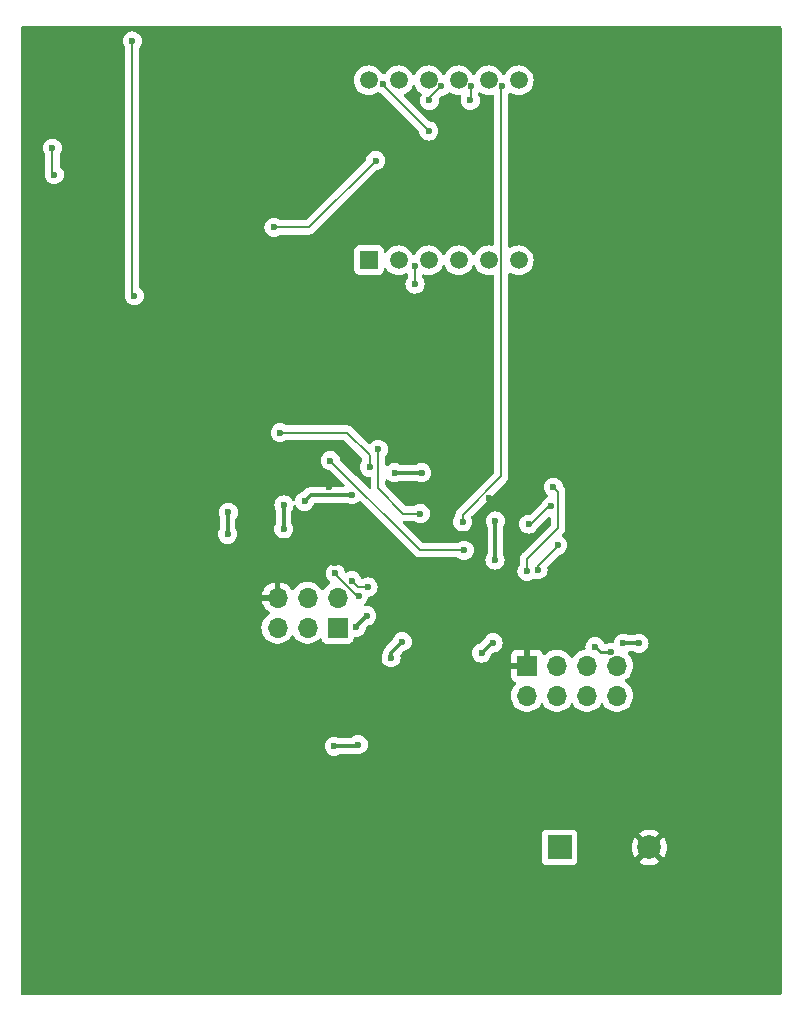
<source format=gbr>
%TF.GenerationSoftware,KiCad,Pcbnew,7.0.1*%
%TF.CreationDate,2023-04-20T17:50:10-06:00*%
%TF.ProjectId,Phase_B_Prototype,50686173-655f-4425-9f50-726f746f7479,rev?*%
%TF.SameCoordinates,Original*%
%TF.FileFunction,Copper,L2,Bot*%
%TF.FilePolarity,Positive*%
%FSLAX46Y46*%
G04 Gerber Fmt 4.6, Leading zero omitted, Abs format (unit mm)*
G04 Created by KiCad (PCBNEW 7.0.1) date 2023-04-20 17:50:10*
%MOMM*%
%LPD*%
G01*
G04 APERTURE LIST*
%TA.AperFunction,ComponentPad*%
%ADD10R,1.700000X1.700000*%
%TD*%
%TA.AperFunction,ComponentPad*%
%ADD11O,1.700000X1.700000*%
%TD*%
%TA.AperFunction,ComponentPad*%
%ADD12R,1.500000X1.500000*%
%TD*%
%TA.AperFunction,ComponentPad*%
%ADD13C,1.500000*%
%TD*%
%TA.AperFunction,ComponentPad*%
%ADD14R,2.000000X2.000000*%
%TD*%
%TA.AperFunction,ComponentPad*%
%ADD15C,2.000000*%
%TD*%
%TA.AperFunction,ViaPad*%
%ADD16C,0.600000*%
%TD*%
%TA.AperFunction,Conductor*%
%ADD17C,0.304800*%
%TD*%
%TA.AperFunction,Conductor*%
%ADD18C,0.203200*%
%TD*%
%TA.AperFunction,Conductor*%
%ADD19C,0.250000*%
%TD*%
G04 APERTURE END LIST*
D10*
%TO.P,J3,1,MISO*%
%TO.N,MISO*%
X139200000Y-106890000D03*
D11*
%TO.P,J3,2,VCC*%
%TO.N,+5V*%
X139200000Y-104350000D03*
%TO.P,J3,3,SCK*%
%TO.N,SCK*%
X136660000Y-106890000D03*
%TO.P,J3,4,MOSI*%
%TO.N,MOSI*%
X136660000Y-104350000D03*
%TO.P,J3,5,~{RST}*%
%TO.N,RST*%
X134120000Y-106890000D03*
%TO.P,J3,6,GND*%
%TO.N,GND*%
X134120000Y-104350000D03*
%TD*%
D10*
%TO.P,J4,1,Pin_1*%
%TO.N,GND*%
X155240000Y-110110000D03*
D11*
%TO.P,J4,2,Pin_2*%
%TO.N,TX*%
X155240000Y-112650000D03*
%TO.P,J4,3,Pin_3*%
%TO.N,unconnected-(J4-Pin_3-Pad3)*%
X157780000Y-110110000D03*
%TO.P,J4,4,Pin_4*%
%TO.N,+3.3V*%
X157780000Y-112650000D03*
%TO.P,J4,5,Pin_5*%
%TO.N,Net-(J4-Pin_5)*%
X160320000Y-110110000D03*
%TO.P,J4,6,Pin_6*%
%TO.N,+3.3V*%
X160320000Y-112650000D03*
%TO.P,J4,7,Pin_7*%
%TO.N,RX*%
X162860000Y-110110000D03*
%TO.P,J4,8,Pin_8*%
%TO.N,+3.3V*%
X162860000Y-112650000D03*
%TD*%
D12*
%TO.P,U1,1,e*%
%TO.N,Net-(U1-e)*%
X141850000Y-75777500D03*
D13*
%TO.P,U1,2,d*%
%TO.N,Net-(U1-d)*%
X144390000Y-75777500D03*
%TO.P,U1,3,DPX*%
%TO.N,Net-(U1-DPX)*%
X146930000Y-75777500D03*
%TO.P,U1,4,c*%
%TO.N,Net-(U1-c)*%
X149470000Y-75777500D03*
%TO.P,U1,5,g*%
%TO.N,Net-(U1-g)*%
X152010000Y-75777500D03*
%TO.P,U1,6,CA4*%
%TO.N,Dig4*%
X154550000Y-75777500D03*
%TO.P,U1,7,b*%
%TO.N,Net-(U1-b)*%
X154550000Y-60537500D03*
%TO.P,U1,8,CA3*%
%TO.N,Dig3*%
X152010000Y-60537500D03*
%TO.P,U1,9,CA2*%
%TO.N,Dig2*%
X149470000Y-60537500D03*
%TO.P,U1,10,f*%
%TO.N,Net-(U1-f)*%
X146930000Y-60537500D03*
%TO.P,U1,11,a*%
%TO.N,Net-(U1-a)*%
X144390000Y-60537500D03*
%TO.P,U1,12,CA1*%
%TO.N,Dig1*%
X141850000Y-60537500D03*
%TD*%
D14*
%TO.P,LS1,1,1*%
%TO.N,Buzzer*%
X158000000Y-125500000D03*
D15*
%TO.P,LS1,2,2*%
%TO.N,GND*%
X165600000Y-125500000D03*
%TD*%
D16*
%TO.N,GND*%
X153500000Y-104550000D03*
X149470000Y-109220000D03*
X153500000Y-96540000D03*
X160180000Y-104300000D03*
X166350000Y-85142500D03*
X138990000Y-99800000D03*
X138500000Y-94980000D03*
X162960000Y-105690000D03*
X154470000Y-92120000D03*
X142670000Y-118085000D03*
X145740000Y-112760000D03*
X159550000Y-102730000D03*
X138830000Y-91560000D03*
X147610000Y-92860000D03*
X145670000Y-95920000D03*
X152060000Y-95910000D03*
X146840000Y-112420000D03*
X163350000Y-85152500D03*
X132735000Y-98690000D03*
X119790000Y-85770000D03*
X119980000Y-101270000D03*
X156710000Y-105890000D03*
X138840000Y-96860000D03*
X122400000Y-117920000D03*
X138980000Y-101390000D03*
X140780000Y-113610000D03*
X116200000Y-88390000D03*
X147280000Y-105180000D03*
X152150000Y-110330000D03*
X123820000Y-102910000D03*
X147500000Y-109020000D03*
X166270000Y-103420000D03*
X144220000Y-99760000D03*
%TO.N,Button_1*%
X140960000Y-116790000D03*
X138920000Y-116930000D03*
%TO.N,Button_2*%
X151399137Y-109040863D03*
X152376064Y-108173936D03*
%TO.N,RED_LED*%
X157280000Y-96600000D03*
X155391694Y-98117776D03*
%TO.N,GREEN_LED*%
X157850000Y-99910000D03*
X156166823Y-101974500D03*
%TO.N,a*%
X122000000Y-78790000D03*
X121820000Y-57220000D03*
%TO.N,b*%
X115067458Y-66300000D03*
X115220000Y-68530000D03*
%TO.N,Net-(U1-f)*%
X142420000Y-67340000D03*
X147970000Y-61048900D03*
X133824958Y-73005042D03*
X146980000Y-62251100D03*
%TO.N,Net-(U1-DPX)*%
X145770000Y-77800000D03*
X145740000Y-76228000D03*
%TO.N,+5V*%
X129970000Y-97130500D03*
X152540000Y-101151100D03*
X140440000Y-95640000D03*
X152573442Y-97866558D03*
X134670000Y-96500000D03*
X134638744Y-98522330D03*
X136410000Y-96190000D03*
X129890000Y-98980000D03*
%TO.N,Dig3*%
X149800000Y-97930000D03*
X153168708Y-61048900D03*
%TO.N,Dig2*%
X150440000Y-62251100D03*
X155250415Y-102124501D03*
X157480000Y-95000000D03*
X150500000Y-61048900D03*
%TO.N,Dig1*%
X146920000Y-64830000D03*
X143040000Y-60820000D03*
%TO.N,SH_CP*%
X141910000Y-93300000D03*
X134350000Y-90380000D03*
%TO.N,ST_CP*%
X149930000Y-100330000D03*
X138605000Y-92745000D03*
%TO.N,DS*%
X142650000Y-91800000D03*
X146220000Y-97231700D03*
%TO.N,RST*%
X143740000Y-109440000D03*
X144680000Y-108073100D03*
%TO.N,MISO*%
X140779037Y-106850963D03*
X141660963Y-105889037D03*
%TO.N,SCK*%
X140400000Y-102900000D03*
X141775963Y-103435963D03*
%TO.N,MOSI*%
X139007130Y-102299069D03*
X141005963Y-104205963D03*
%TO.N,Net-(J4-Pin_5)*%
X163410500Y-108220000D03*
X164720000Y-108210000D03*
%TO.N,RX*%
X162365963Y-108985963D03*
X161004037Y-108504037D03*
%TO.N,/AREF*%
X144030000Y-93770000D03*
X146318258Y-93779665D03*
%TD*%
D17*
%TO.N,Button_1*%
X140910000Y-116930000D02*
X141050000Y-116790000D01*
X138920000Y-116930000D02*
X140910000Y-116930000D01*
X141050000Y-116790000D02*
X140960000Y-116790000D01*
%TO.N,Button_2*%
X152376064Y-108173936D02*
X152266064Y-108173936D01*
X152266064Y-108173936D02*
X151399137Y-109040863D01*
D18*
%TO.N,RED_LED*%
X157130000Y-96600000D02*
X157280000Y-96600000D01*
X155391694Y-98117776D02*
X155612224Y-98117776D01*
X155612224Y-98117776D02*
X157130000Y-96600000D01*
%TO.N,GREEN_LED*%
X156166823Y-101653177D02*
X157850000Y-99970000D01*
X157850000Y-99970000D02*
X157850000Y-99910000D01*
X156166823Y-101974500D02*
X156166823Y-101653177D01*
%TO.N,a*%
X121820000Y-78610000D02*
X122000000Y-78790000D01*
X121820000Y-57220000D02*
X121820000Y-78610000D01*
%TO.N,b*%
X115067458Y-66300000D02*
X115067458Y-68377458D01*
X115067458Y-68377458D02*
X115220000Y-68530000D01*
%TO.N,Net-(U1-f)*%
X146980000Y-62038900D02*
X147970000Y-61048900D01*
X133824958Y-73005042D02*
X136754958Y-73005042D01*
X146980000Y-62251100D02*
X146980000Y-62038900D01*
X136754958Y-73005042D02*
X142420000Y-67340000D01*
%TO.N,Net-(U1-DPX)*%
X145770000Y-76258000D02*
X145740000Y-76228000D01*
X145770000Y-77800000D02*
X145770000Y-76258000D01*
D17*
%TO.N,+5V*%
X134638744Y-98522330D02*
X134638744Y-96531256D01*
X136960000Y-95640000D02*
X136410000Y-96190000D01*
X140440000Y-95640000D02*
X136960000Y-95640000D01*
X152573442Y-97866558D02*
X152573442Y-101117658D01*
X152573442Y-101117658D02*
X152540000Y-101151100D01*
X129890000Y-98980000D02*
X129890000Y-97210500D01*
X129890000Y-97210500D02*
X129970000Y-97130500D01*
X134638744Y-96531256D02*
X134670000Y-96500000D01*
D18*
%TO.N,Dig3*%
X153061600Y-94057609D02*
X149800000Y-97319209D01*
X153168708Y-61048900D02*
X153061600Y-61156008D01*
X153061600Y-61156008D02*
X153061600Y-94057609D01*
X149800000Y-97319209D02*
X149800000Y-97930000D01*
%TO.N,Dig2*%
X155250416Y-101084083D02*
X155250415Y-102124501D01*
X150500000Y-61048900D02*
X150500000Y-62191100D01*
X157480000Y-95000000D02*
X157881600Y-95401600D01*
X157881600Y-95401600D02*
X157881600Y-98452899D01*
X150500000Y-62191100D02*
X150440000Y-62251100D01*
X157881600Y-98452899D02*
X155250416Y-101084083D01*
%TO.N,Dig1*%
X143040000Y-60950000D02*
X143040000Y-60820000D01*
X146920000Y-64830000D02*
X143040000Y-60950000D01*
%TO.N,SH_CP*%
X140000000Y-90380000D02*
X141910000Y-92290000D01*
X141910000Y-92290000D02*
X141910000Y-93300000D01*
X134350000Y-90380000D02*
X140000000Y-90380000D01*
%TO.N,ST_CP*%
X146190000Y-100330000D02*
X149930000Y-100330000D01*
X138605000Y-92745000D02*
X146190000Y-100330000D01*
%TO.N,DS*%
X142650000Y-91800000D02*
X142650000Y-95100000D01*
X142650000Y-95100000D02*
X144781700Y-97231700D01*
X144781700Y-97231700D02*
X146220000Y-97231700D01*
D17*
%TO.N,RST*%
X143740000Y-109013100D02*
X144680000Y-108073100D01*
X143740000Y-109440000D02*
X143740000Y-109013100D01*
%TO.N,MISO*%
X140779037Y-106850963D02*
X140779037Y-106770963D01*
X140779037Y-106770963D02*
X141660963Y-105889037D01*
D18*
%TO.N,SCK*%
X141775963Y-103435963D02*
X140935963Y-103435963D01*
X140935963Y-103435963D02*
X140400000Y-102900000D01*
%TO.N,MOSI*%
X139007130Y-102357921D02*
X139007130Y-102299069D01*
X140855172Y-104205963D02*
X139007130Y-102357921D01*
X141005963Y-104205963D02*
X140855172Y-104205963D01*
D17*
%TO.N,Net-(J4-Pin_5)*%
X164720000Y-108210000D02*
X163420500Y-108210000D01*
X163420500Y-108210000D02*
X163410500Y-108220000D01*
D19*
%TO.N,RX*%
X161485963Y-108985963D02*
X161004037Y-108504037D01*
X162365963Y-108985963D02*
X161485963Y-108985963D01*
D17*
%TO.N,/AREF*%
X146308593Y-93770000D02*
X146318258Y-93779665D01*
X144030000Y-93770000D02*
X146308593Y-93770000D01*
%TD*%
%TA.AperFunction,Conductor*%
%TO.N,GND*%
G36*
X176742500Y-55972113D02*
G01*
X176787887Y-56017500D01*
X176804500Y-56079500D01*
X176804500Y-137856000D01*
X176787887Y-137918000D01*
X176742500Y-137963387D01*
X176680500Y-137980000D01*
X112519500Y-137980000D01*
X112457500Y-137963387D01*
X112412113Y-137918000D01*
X112395500Y-137856000D01*
X112395500Y-126548634D01*
X156491500Y-126548634D01*
X156498011Y-126609205D01*
X156549110Y-126746203D01*
X156636738Y-126863261D01*
X156753796Y-126950889D01*
X156890794Y-127001988D01*
X156890797Y-127001988D01*
X156890799Y-127001989D01*
X156951362Y-127008500D01*
X159048634Y-127008500D01*
X159048638Y-127008500D01*
X159109201Y-127001989D01*
X159109203Y-127001988D01*
X159109205Y-127001988D01*
X159224235Y-126959083D01*
X159246204Y-126950889D01*
X159363261Y-126863261D01*
X159450889Y-126746204D01*
X159459316Y-126723610D01*
X164729942Y-126723610D01*
X164776766Y-126760055D01*
X164995393Y-126878368D01*
X165230506Y-126959083D01*
X165475707Y-127000000D01*
X165724293Y-127000000D01*
X165969493Y-126959083D01*
X166204606Y-126878368D01*
X166423233Y-126760053D01*
X166470056Y-126723609D01*
X165600000Y-125853553D01*
X164729942Y-126723609D01*
X164729942Y-126723610D01*
X159459316Y-126723610D01*
X159501989Y-126609201D01*
X159508500Y-126548638D01*
X159508500Y-125499999D01*
X164094858Y-125499999D01*
X164115386Y-125747732D01*
X164176413Y-125988721D01*
X164276268Y-126216370D01*
X164376563Y-126369882D01*
X164376564Y-126369882D01*
X165246447Y-125500001D01*
X165246447Y-125500000D01*
X165953553Y-125500000D01*
X166823434Y-126369882D01*
X166923730Y-126216369D01*
X167023586Y-125988721D01*
X167084613Y-125747732D01*
X167105141Y-125499999D01*
X167084613Y-125252267D01*
X167023586Y-125011278D01*
X166923730Y-124783630D01*
X166823434Y-124630116D01*
X165953553Y-125500000D01*
X165246447Y-125500000D01*
X164376564Y-124630116D01*
X164276266Y-124783634D01*
X164176413Y-125011278D01*
X164115386Y-125252267D01*
X164094858Y-125499999D01*
X159508500Y-125499999D01*
X159508500Y-124451362D01*
X159501989Y-124390799D01*
X159501988Y-124390797D01*
X159501988Y-124390794D01*
X159459316Y-124276390D01*
X164729942Y-124276390D01*
X165600000Y-125146447D01*
X165600001Y-125146447D01*
X166470057Y-124276390D01*
X166470056Y-124276388D01*
X166423235Y-124239947D01*
X166204606Y-124121631D01*
X165969493Y-124040916D01*
X165724293Y-124000000D01*
X165475707Y-124000000D01*
X165230506Y-124040916D01*
X164995393Y-124121631D01*
X164776764Y-124239946D01*
X164729942Y-124276388D01*
X164729942Y-124276390D01*
X159459316Y-124276390D01*
X159450889Y-124253796D01*
X159363261Y-124136738D01*
X159246203Y-124049110D01*
X159109205Y-123998011D01*
X159078919Y-123994755D01*
X159048638Y-123991500D01*
X156951362Y-123991500D01*
X156924445Y-123994393D01*
X156890794Y-123998011D01*
X156753796Y-124049110D01*
X156636738Y-124136738D01*
X156549110Y-124253796D01*
X156498011Y-124390794D01*
X156491500Y-124451366D01*
X156491500Y-126548634D01*
X112395500Y-126548634D01*
X112395500Y-116930000D01*
X138106383Y-116930000D01*
X138126782Y-117111044D01*
X138126782Y-117111046D01*
X138126783Y-117111047D01*
X138186957Y-117283015D01*
X138283889Y-117437281D01*
X138412719Y-117566111D01*
X138566985Y-117663043D01*
X138738953Y-117723217D01*
X138920000Y-117743616D01*
X139101047Y-117723217D01*
X139273015Y-117663043D01*
X139357582Y-117609905D01*
X139423554Y-117590900D01*
X140840180Y-117590900D01*
X140854064Y-117591680D01*
X140960000Y-117603616D01*
X141141047Y-117583217D01*
X141313015Y-117523043D01*
X141467281Y-117426111D01*
X141596111Y-117297281D01*
X141693043Y-117143015D01*
X141753217Y-116971047D01*
X141773616Y-116790000D01*
X141753217Y-116608953D01*
X141693043Y-116436985D01*
X141596111Y-116282719D01*
X141467281Y-116153889D01*
X141313015Y-116056957D01*
X141141047Y-115996783D01*
X141141046Y-115996782D01*
X141141044Y-115996782D01*
X140960000Y-115976383D01*
X140778955Y-115996782D01*
X140606984Y-116056957D01*
X140452717Y-116153890D01*
X140373827Y-116232781D01*
X140333599Y-116259661D01*
X140286146Y-116269100D01*
X139423554Y-116269100D01*
X139357582Y-116250094D01*
X139273015Y-116196957D01*
X139101044Y-116136782D01*
X138920000Y-116116383D01*
X138738955Y-116136782D01*
X138566984Y-116196957D01*
X138412717Y-116293890D01*
X138283890Y-116422717D01*
X138186957Y-116576984D01*
X138126782Y-116748955D01*
X138106383Y-116930000D01*
X112395500Y-116930000D01*
X112395500Y-112649999D01*
X153876843Y-112649999D01*
X153895435Y-112874363D01*
X153950705Y-113092618D01*
X154041138Y-113298788D01*
X154041140Y-113298791D01*
X154164278Y-113487268D01*
X154316760Y-113652906D01*
X154494424Y-113791189D01*
X154692426Y-113898342D01*
X154905365Y-113971444D01*
X155127431Y-114008500D01*
X155352569Y-114008500D01*
X155574635Y-113971444D01*
X155787574Y-113898342D01*
X155985576Y-113791189D01*
X156163240Y-113652906D01*
X156315722Y-113487268D01*
X156406190Y-113348795D01*
X156450982Y-113307561D01*
X156510000Y-113292616D01*
X156569018Y-113307561D01*
X156613809Y-113348795D01*
X156704278Y-113487268D01*
X156856760Y-113652906D01*
X157034424Y-113791189D01*
X157232426Y-113898342D01*
X157445365Y-113971444D01*
X157667431Y-114008500D01*
X157892569Y-114008500D01*
X158114635Y-113971444D01*
X158327574Y-113898342D01*
X158525576Y-113791189D01*
X158703240Y-113652906D01*
X158855722Y-113487268D01*
X158946190Y-113348795D01*
X158990982Y-113307561D01*
X159050000Y-113292616D01*
X159109018Y-113307561D01*
X159153809Y-113348795D01*
X159244278Y-113487268D01*
X159396760Y-113652906D01*
X159574424Y-113791189D01*
X159772426Y-113898342D01*
X159985365Y-113971444D01*
X160207431Y-114008500D01*
X160432569Y-114008500D01*
X160654635Y-113971444D01*
X160867574Y-113898342D01*
X161065576Y-113791189D01*
X161243240Y-113652906D01*
X161395722Y-113487268D01*
X161486190Y-113348795D01*
X161530982Y-113307561D01*
X161590000Y-113292616D01*
X161649018Y-113307561D01*
X161693809Y-113348795D01*
X161784278Y-113487268D01*
X161936760Y-113652906D01*
X162114424Y-113791189D01*
X162312426Y-113898342D01*
X162525365Y-113971444D01*
X162747431Y-114008500D01*
X162972569Y-114008500D01*
X163194635Y-113971444D01*
X163407574Y-113898342D01*
X163605576Y-113791189D01*
X163783240Y-113652906D01*
X163935722Y-113487268D01*
X164058860Y-113298791D01*
X164149296Y-113092616D01*
X164204564Y-112874368D01*
X164223156Y-112650000D01*
X164204564Y-112425632D01*
X164149296Y-112207384D01*
X164058860Y-112001209D01*
X163935722Y-111812732D01*
X163783240Y-111647094D01*
X163605576Y-111508811D01*
X163569067Y-111489053D01*
X163521563Y-111443474D01*
X163504086Y-111380000D01*
X163521563Y-111316526D01*
X163569067Y-111270946D01*
X163605576Y-111251189D01*
X163783240Y-111112906D01*
X163935722Y-110947268D01*
X164058860Y-110758791D01*
X164149296Y-110552616D01*
X164204564Y-110334368D01*
X164223156Y-110110000D01*
X164204564Y-109885632D01*
X164149296Y-109667384D01*
X164058860Y-109461209D01*
X163935722Y-109272732D01*
X163787123Y-109111312D01*
X163760099Y-109064638D01*
X163755447Y-109010904D01*
X163774048Y-108960277D01*
X163812379Y-108922339D01*
X163863999Y-108889904D01*
X163929969Y-108870900D01*
X164216446Y-108870900D01*
X164282417Y-108889905D01*
X164366985Y-108943043D01*
X164538953Y-109003217D01*
X164659650Y-109016816D01*
X164719999Y-109023616D01*
X164719999Y-109023615D01*
X164720000Y-109023616D01*
X164901047Y-109003217D01*
X165073015Y-108943043D01*
X165227281Y-108846111D01*
X165356111Y-108717281D01*
X165453043Y-108563015D01*
X165513217Y-108391047D01*
X165533616Y-108210000D01*
X165529552Y-108173935D01*
X165513217Y-108028955D01*
X165513217Y-108028953D01*
X165453043Y-107856985D01*
X165356111Y-107702719D01*
X165227281Y-107573889D01*
X165073015Y-107476957D01*
X164901047Y-107416783D01*
X164901046Y-107416782D01*
X164901044Y-107416782D01*
X164720000Y-107396383D01*
X164538955Y-107416782D01*
X164366984Y-107476957D01*
X164282418Y-107530094D01*
X164216446Y-107549100D01*
X163898139Y-107549100D01*
X163832167Y-107530094D01*
X163763515Y-107486957D01*
X163591544Y-107426782D01*
X163410500Y-107406383D01*
X163229455Y-107426782D01*
X163057484Y-107486957D01*
X162903217Y-107583890D01*
X162774390Y-107712717D01*
X162677457Y-107866984D01*
X162617282Y-108038955D01*
X162613174Y-108075416D01*
X162589724Y-108135166D01*
X162539541Y-108175186D01*
X162476071Y-108184752D01*
X162365963Y-108172346D01*
X162184918Y-108192745D01*
X162012947Y-108252920D01*
X161947689Y-108293925D01*
X161895600Y-108312151D01*
X161840762Y-108305972D01*
X161794036Y-108276612D01*
X161764676Y-108229888D01*
X161737080Y-108151022D01*
X161640148Y-107996756D01*
X161511318Y-107867926D01*
X161357052Y-107770994D01*
X161185084Y-107710820D01*
X161185083Y-107710819D01*
X161185081Y-107710819D01*
X161004037Y-107690420D01*
X160822992Y-107710819D01*
X160651021Y-107770994D01*
X160496754Y-107867927D01*
X160367927Y-107996754D01*
X160270994Y-108151021D01*
X160210819Y-108322992D01*
X160190420Y-108504037D01*
X160204937Y-108632880D01*
X160196231Y-108694329D01*
X160158839Y-108743862D01*
X160102127Y-108769072D01*
X159985362Y-108788556D01*
X159772427Y-108861657D01*
X159574424Y-108968811D01*
X159396760Y-109107094D01*
X159244279Y-109272730D01*
X159153809Y-109411205D01*
X159109017Y-109452438D01*
X159050000Y-109467383D01*
X158990983Y-109452438D01*
X158946191Y-109411205D01*
X158926043Y-109380367D01*
X158855722Y-109272732D01*
X158703240Y-109107094D01*
X158525576Y-108968811D01*
X158327574Y-108861658D01*
X158327573Y-108861657D01*
X158327572Y-108861657D01*
X158114636Y-108788556D01*
X157892569Y-108751500D01*
X157667431Y-108751500D01*
X157445363Y-108788556D01*
X157232427Y-108861657D01*
X157034424Y-108968811D01*
X156856759Y-109107094D01*
X156787090Y-109182773D01*
X156734466Y-109216626D01*
X156672012Y-109220473D01*
X156615631Y-109193335D01*
X156579680Y-109142121D01*
X156533352Y-109017911D01*
X156447188Y-108902811D01*
X156332089Y-108816647D01*
X156197375Y-108766402D01*
X156137824Y-108760000D01*
X155490000Y-108760000D01*
X155490000Y-110236000D01*
X155473387Y-110298000D01*
X155428000Y-110343387D01*
X155366000Y-110360000D01*
X153890000Y-110360000D01*
X153890000Y-111007824D01*
X153896402Y-111067375D01*
X153946647Y-111202089D01*
X154032811Y-111317188D01*
X154147911Y-111403352D01*
X154267810Y-111448072D01*
X154317346Y-111482087D01*
X154345073Y-111535397D01*
X154344480Y-111595484D01*
X154315706Y-111648237D01*
X154164281Y-111812726D01*
X154041138Y-112001211D01*
X153950705Y-112207381D01*
X153895435Y-112425636D01*
X153876843Y-112649999D01*
X112395500Y-112649999D01*
X112395500Y-109439999D01*
X142926383Y-109439999D01*
X142946782Y-109621044D01*
X142946782Y-109621046D01*
X142946783Y-109621047D01*
X143006957Y-109793015D01*
X143103889Y-109947281D01*
X143232719Y-110076111D01*
X143386985Y-110173043D01*
X143558953Y-110233217D01*
X143740000Y-110253616D01*
X143921047Y-110233217D01*
X144093015Y-110173043D01*
X144247281Y-110076111D01*
X144376111Y-109947281D01*
X144430953Y-109860000D01*
X153890000Y-109860000D01*
X154990000Y-109860000D01*
X154990000Y-108760000D01*
X154342176Y-108760000D01*
X154282624Y-108766402D01*
X154147910Y-108816647D01*
X154032811Y-108902811D01*
X153946647Y-109017910D01*
X153896402Y-109152624D01*
X153890000Y-109212176D01*
X153890000Y-109860000D01*
X144430953Y-109860000D01*
X144473043Y-109793015D01*
X144533217Y-109621047D01*
X144553616Y-109440000D01*
X144533217Y-109258953D01*
X144531885Y-109255146D01*
X144528034Y-109186597D01*
X144561242Y-109126509D01*
X144646889Y-109040862D01*
X150585520Y-109040862D01*
X150605919Y-109221907D01*
X150605919Y-109221909D01*
X150605920Y-109221910D01*
X150666094Y-109393878D01*
X150763026Y-109548144D01*
X150891856Y-109676974D01*
X151046122Y-109773906D01*
X151218090Y-109834080D01*
X151399137Y-109854479D01*
X151580184Y-109834080D01*
X151752152Y-109773906D01*
X151906418Y-109676974D01*
X152035248Y-109548144D01*
X152132180Y-109393878D01*
X152192354Y-109221910D01*
X152192525Y-109220387D01*
X152204023Y-109180470D01*
X152228058Y-109146593D01*
X152357827Y-109016825D01*
X152391701Y-108992792D01*
X152431618Y-108981292D01*
X152557111Y-108967153D01*
X152729079Y-108906979D01*
X152883345Y-108810047D01*
X153012175Y-108681217D01*
X153109107Y-108526951D01*
X153169281Y-108354983D01*
X153189680Y-108173936D01*
X153169281Y-107992889D01*
X153109107Y-107820921D01*
X153012175Y-107666655D01*
X152883345Y-107537825D01*
X152729079Y-107440893D01*
X152557111Y-107380719D01*
X152557110Y-107380718D01*
X152557108Y-107380718D01*
X152376064Y-107360319D01*
X152195019Y-107380718D01*
X152023048Y-107440893D01*
X151868781Y-107537826D01*
X151739953Y-107666654D01*
X151643020Y-107820920D01*
X151630081Y-107857898D01*
X151600721Y-107904623D01*
X151293410Y-108211935D01*
X151259531Y-108235974D01*
X151219614Y-108247474D01*
X151218092Y-108247645D01*
X151046121Y-108307820D01*
X150891854Y-108404753D01*
X150763027Y-108533580D01*
X150666094Y-108687847D01*
X150605919Y-108859818D01*
X150585520Y-109040862D01*
X144646889Y-109040862D01*
X144785727Y-108902024D01*
X144819607Y-108877986D01*
X144859524Y-108866488D01*
X144861047Y-108866317D01*
X145033015Y-108806143D01*
X145187281Y-108709211D01*
X145316111Y-108580381D01*
X145413043Y-108426115D01*
X145473217Y-108254147D01*
X145493616Y-108073100D01*
X145473217Y-107892053D01*
X145413043Y-107720085D01*
X145316111Y-107565819D01*
X145187281Y-107436989D01*
X145033015Y-107340057D01*
X144861047Y-107279883D01*
X144861046Y-107279882D01*
X144861044Y-107279882D01*
X144680000Y-107259483D01*
X144498955Y-107279882D01*
X144326984Y-107340057D01*
X144172717Y-107436990D01*
X144043890Y-107565817D01*
X143946957Y-107720084D01*
X143886782Y-107892055D01*
X143886611Y-107893577D01*
X143875111Y-107933494D01*
X143851072Y-107967373D01*
X143289457Y-108528988D01*
X143284005Y-108534120D01*
X143241678Y-108571619D01*
X143209559Y-108618151D01*
X143205123Y-108624179D01*
X143170261Y-108668679D01*
X143166597Y-108676820D01*
X143155578Y-108696357D01*
X143150504Y-108703707D01*
X143130453Y-108756576D01*
X143127588Y-108763492D01*
X143104390Y-108815036D01*
X143102780Y-108823821D01*
X143096756Y-108845431D01*
X143093592Y-108853773D01*
X143086778Y-108909888D01*
X143085651Y-108917292D01*
X143078447Y-108956603D01*
X143061473Y-109000222D01*
X143006957Y-109086985D01*
X142946782Y-109258955D01*
X142926383Y-109439999D01*
X112395500Y-109439999D01*
X112395500Y-106890000D01*
X132756843Y-106890000D01*
X132775435Y-107114363D01*
X132775435Y-107114366D01*
X132775436Y-107114368D01*
X132817350Y-107279883D01*
X132830705Y-107332618D01*
X132921138Y-107538788D01*
X132921140Y-107538791D01*
X133044278Y-107727268D01*
X133196760Y-107892906D01*
X133374424Y-108031189D01*
X133572426Y-108138342D01*
X133785365Y-108211444D01*
X134007431Y-108248500D01*
X134232569Y-108248500D01*
X134454635Y-108211444D01*
X134667574Y-108138342D01*
X134865576Y-108031189D01*
X135043240Y-107892906D01*
X135195722Y-107727268D01*
X135286190Y-107588795D01*
X135330982Y-107547561D01*
X135390000Y-107532616D01*
X135449018Y-107547561D01*
X135493809Y-107588795D01*
X135574772Y-107712719D01*
X135584278Y-107727268D01*
X135736760Y-107892906D01*
X135914424Y-108031189D01*
X136112426Y-108138342D01*
X136325365Y-108211444D01*
X136547431Y-108248500D01*
X136772569Y-108248500D01*
X136994635Y-108211444D01*
X137207574Y-108138342D01*
X137405576Y-108031189D01*
X137583240Y-107892906D01*
X137646452Y-107824239D01*
X137699073Y-107790387D01*
X137761528Y-107786539D01*
X137817909Y-107813676D01*
X137853861Y-107864889D01*
X137899110Y-107986204D01*
X137986738Y-108103261D01*
X138103796Y-108190889D01*
X138240794Y-108241988D01*
X138240797Y-108241988D01*
X138240799Y-108241989D01*
X138301362Y-108248500D01*
X140098634Y-108248500D01*
X140098638Y-108248500D01*
X140159201Y-108241989D01*
X140159203Y-108241988D01*
X140159205Y-108241988D01*
X140244966Y-108210000D01*
X140296204Y-108190889D01*
X140413261Y-108103261D01*
X140500889Y-107986204D01*
X140522924Y-107927124D01*
X140551988Y-107849205D01*
X140551988Y-107849203D01*
X140551989Y-107849201D01*
X140558500Y-107788638D01*
X140558500Y-107778487D01*
X140577506Y-107712515D01*
X140628698Y-107666767D01*
X140696383Y-107655267D01*
X140779036Y-107664579D01*
X140779036Y-107664578D01*
X140779037Y-107664579D01*
X140960084Y-107644180D01*
X141132052Y-107584006D01*
X141286318Y-107487074D01*
X141415148Y-107358244D01*
X141512080Y-107203978D01*
X141572254Y-107032010D01*
X141582584Y-106940326D01*
X141594084Y-106900409D01*
X141618117Y-106866535D01*
X141766693Y-106717958D01*
X141800570Y-106693923D01*
X141840487Y-106682425D01*
X141842010Y-106682254D01*
X142013978Y-106622080D01*
X142168244Y-106525148D01*
X142297074Y-106396318D01*
X142394006Y-106242052D01*
X142454180Y-106070084D01*
X142474579Y-105889037D01*
X142454180Y-105707990D01*
X142394006Y-105536022D01*
X142297074Y-105381756D01*
X142168244Y-105252926D01*
X142013978Y-105155994D01*
X141842010Y-105095820D01*
X141842009Y-105095819D01*
X141842007Y-105095819D01*
X141660962Y-105075420D01*
X141568317Y-105085859D01*
X141503151Y-105075538D01*
X141452504Y-105033255D01*
X141430714Y-104970980D01*
X141443949Y-104906343D01*
X141488460Y-104857646D01*
X141513244Y-104842074D01*
X141642074Y-104713244D01*
X141739006Y-104558978D01*
X141799180Y-104387010D01*
X141804091Y-104343422D01*
X141822316Y-104291339D01*
X141861339Y-104252316D01*
X141913422Y-104234091D01*
X141957010Y-104229180D01*
X142128978Y-104169006D01*
X142283244Y-104072074D01*
X142412074Y-103943244D01*
X142509006Y-103788978D01*
X142569180Y-103617010D01*
X142589579Y-103435963D01*
X142569180Y-103254916D01*
X142509006Y-103082948D01*
X142412074Y-102928682D01*
X142283244Y-102799852D01*
X142128978Y-102702920D01*
X141957010Y-102642746D01*
X141957009Y-102642745D01*
X141957007Y-102642745D01*
X141775963Y-102622346D01*
X141594918Y-102642745D01*
X141422947Y-102702920D01*
X141361682Y-102741416D01*
X141309593Y-102759642D01*
X141254755Y-102753463D01*
X141208029Y-102724103D01*
X141178669Y-102677378D01*
X141133043Y-102546985D01*
X141036111Y-102392719D01*
X140907281Y-102263889D01*
X140753015Y-102166957D01*
X140631682Y-102124501D01*
X154436798Y-102124501D01*
X154457197Y-102305545D01*
X154457197Y-102305547D01*
X154457198Y-102305548D01*
X154517372Y-102477516D01*
X154614304Y-102631782D01*
X154743134Y-102760612D01*
X154897400Y-102857544D01*
X155069368Y-102917718D01*
X155250415Y-102938117D01*
X155431462Y-102917718D01*
X155603430Y-102857544D01*
X155757696Y-102760612D01*
X155757697Y-102760610D01*
X155769526Y-102753178D01*
X155770202Y-102754254D01*
X155816541Y-102728638D01*
X155885093Y-102732486D01*
X155910612Y-102741416D01*
X155985775Y-102767717D01*
X156166822Y-102788116D01*
X156166822Y-102788115D01*
X156166823Y-102788116D01*
X156347870Y-102767717D01*
X156519838Y-102707543D01*
X156674104Y-102610611D01*
X156802934Y-102481781D01*
X156899866Y-102327515D01*
X156960040Y-102155547D01*
X156980439Y-101974500D01*
X156960040Y-101793453D01*
X156960039Y-101793451D01*
X156959568Y-101789267D01*
X156965746Y-101734429D01*
X156995105Y-101687704D01*
X157942382Y-100740428D01*
X157976260Y-100716391D01*
X158016174Y-100704892D01*
X158031047Y-100703217D01*
X158203015Y-100643043D01*
X158357281Y-100546111D01*
X158486111Y-100417281D01*
X158583043Y-100263015D01*
X158643217Y-100091047D01*
X158663616Y-99910000D01*
X158643217Y-99728953D01*
X158583043Y-99556985D01*
X158486111Y-99402719D01*
X158357281Y-99273889D01*
X158222492Y-99189195D01*
X158183473Y-99150176D01*
X158165247Y-99098088D01*
X158171425Y-99043249D01*
X158200784Y-98996525D01*
X158255701Y-98941608D01*
X158271465Y-98928980D01*
X158318443Y-98878953D01*
X158321096Y-98876213D01*
X158340147Y-98857164D01*
X158342456Y-98854186D01*
X158350038Y-98845308D01*
X158379104Y-98814357D01*
X158388403Y-98797440D01*
X158399079Y-98781187D01*
X158410912Y-98765933D01*
X158427774Y-98726963D01*
X158432905Y-98716490D01*
X158453365Y-98679277D01*
X158458164Y-98660584D01*
X158464467Y-98642175D01*
X158472132Y-98624464D01*
X158478775Y-98582516D01*
X158481144Y-98571082D01*
X158482421Y-98566111D01*
X158487601Y-98545933D01*
X158491700Y-98529974D01*
X158491700Y-98510675D01*
X158493227Y-98491276D01*
X158496246Y-98472215D01*
X158492250Y-98429942D01*
X158491700Y-98418273D01*
X158491700Y-95482642D01*
X158493916Y-95462565D01*
X158491761Y-95393973D01*
X158491700Y-95390079D01*
X158491700Y-95363219D01*
X158491228Y-95359486D01*
X158490310Y-95347825D01*
X158490197Y-95344225D01*
X158488978Y-95305401D01*
X158483594Y-95286873D01*
X158479648Y-95267816D01*
X158477229Y-95248669D01*
X158461600Y-95209194D01*
X158457816Y-95198141D01*
X158452124Y-95178553D01*
X158445972Y-95157374D01*
X158436147Y-95140761D01*
X158427588Y-95123290D01*
X158420484Y-95105346D01*
X158395518Y-95070984D01*
X158389118Y-95061240D01*
X158367505Y-95024694D01*
X158353866Y-95011055D01*
X158341229Y-94996260D01*
X158329878Y-94980636D01*
X158326056Y-94977475D01*
X158296035Y-94940936D01*
X158281877Y-94895815D01*
X158273217Y-94818953D01*
X158213043Y-94646985D01*
X158116111Y-94492719D01*
X157987281Y-94363889D01*
X157833015Y-94266957D01*
X157661047Y-94206783D01*
X157661046Y-94206782D01*
X157661044Y-94206782D01*
X157480000Y-94186383D01*
X157298955Y-94206782D01*
X157126984Y-94266957D01*
X156972717Y-94363890D01*
X156843890Y-94492717D01*
X156746957Y-94646984D01*
X156686782Y-94818955D01*
X156666383Y-94999999D01*
X156686782Y-95181044D01*
X156686782Y-95181046D01*
X156686783Y-95181047D01*
X156746957Y-95353015D01*
X156843889Y-95507281D01*
X156972719Y-95636111D01*
X156974314Y-95637113D01*
X156979299Y-95642691D01*
X156982598Y-95645990D01*
X156982412Y-95646175D01*
X157020063Y-95688304D01*
X157031564Y-95755989D01*
X157005292Y-95819418D01*
X156949301Y-95859147D01*
X156926988Y-95866955D01*
X156772717Y-95963890D01*
X156643890Y-96092717D01*
X156546956Y-96246986D01*
X156516878Y-96332943D01*
X156487518Y-96379668D01*
X155587902Y-97279284D01*
X155541176Y-97308645D01*
X155486337Y-97314823D01*
X155391694Y-97304159D01*
X155210649Y-97324558D01*
X155038678Y-97384733D01*
X154884411Y-97481666D01*
X154755584Y-97610493D01*
X154658651Y-97764760D01*
X154598476Y-97936731D01*
X154578077Y-98117775D01*
X154598476Y-98298820D01*
X154598476Y-98298822D01*
X154598477Y-98298823D01*
X154658651Y-98470791D01*
X154755583Y-98625057D01*
X154884413Y-98753887D01*
X155038679Y-98850819D01*
X155210647Y-98910993D01*
X155391694Y-98931392D01*
X155572741Y-98910993D01*
X155744709Y-98850819D01*
X155898975Y-98753887D01*
X156027805Y-98625057D01*
X156121903Y-98475301D01*
X156139209Y-98453600D01*
X157059819Y-97532990D01*
X157109182Y-97502741D01*
X157166898Y-97498199D01*
X157220385Y-97520354D01*
X157257985Y-97564377D01*
X157271500Y-97620672D01*
X157271500Y-98148826D01*
X157262061Y-98196279D01*
X157235181Y-98236507D01*
X154876312Y-100595373D01*
X154860550Y-100608001D01*
X154813569Y-100658030D01*
X154810864Y-100660822D01*
X154791868Y-100679819D01*
X154789559Y-100682796D01*
X154781977Y-100691673D01*
X154752911Y-100722625D01*
X154743612Y-100739539D01*
X154732935Y-100755792D01*
X154721103Y-100771045D01*
X154704243Y-100810007D01*
X154699106Y-100820493D01*
X154678650Y-100857703D01*
X154673849Y-100876402D01*
X154667550Y-100894799D01*
X154659885Y-100912513D01*
X154659884Y-100912517D01*
X154659884Y-100912518D01*
X154655515Y-100940100D01*
X154653241Y-100954454D01*
X154650873Y-100965884D01*
X154640316Y-101007006D01*
X154640315Y-101026311D01*
X154638789Y-101045697D01*
X154635769Y-101064765D01*
X154639765Y-101107037D01*
X154640315Y-101118705D01*
X154640315Y-101540100D01*
X154621309Y-101606072D01*
X154517372Y-101771485D01*
X154457197Y-101943456D01*
X154436798Y-102124501D01*
X140631682Y-102124501D01*
X140581047Y-102106783D01*
X140581046Y-102106782D01*
X140581044Y-102106782D01*
X140400000Y-102086383D01*
X140218955Y-102106782D01*
X140046985Y-102166957D01*
X139988898Y-102203455D01*
X139929877Y-102222265D01*
X139869122Y-102210178D01*
X139821794Y-102170211D01*
X139806679Y-102130607D01*
X139804961Y-102131209D01*
X139789276Y-102086383D01*
X139740173Y-101946054D01*
X139643241Y-101791788D01*
X139514411Y-101662958D01*
X139360145Y-101566026D01*
X139188177Y-101505852D01*
X139188176Y-101505851D01*
X139188174Y-101505851D01*
X139007130Y-101485452D01*
X138826085Y-101505851D01*
X138654114Y-101566026D01*
X138499847Y-101662959D01*
X138371020Y-101791786D01*
X138274087Y-101946053D01*
X138213912Y-102118024D01*
X138193513Y-102299068D01*
X138213912Y-102480113D01*
X138213912Y-102480115D01*
X138213913Y-102480116D01*
X138274087Y-102652084D01*
X138371019Y-102806350D01*
X138499849Y-102935180D01*
X138532995Y-102956007D01*
X138576510Y-103002789D01*
X138590957Y-103065027D01*
X138572500Y-103126195D01*
X138526041Y-103170053D01*
X138464149Y-103203547D01*
X138454422Y-103208812D01*
X138276760Y-103347094D01*
X138124279Y-103512730D01*
X138033809Y-103651205D01*
X137989017Y-103692438D01*
X137930000Y-103707383D01*
X137870983Y-103692438D01*
X137826191Y-103651205D01*
X137735723Y-103512734D01*
X137735722Y-103512732D01*
X137583240Y-103347094D01*
X137405576Y-103208811D01*
X137207574Y-103101658D01*
X137207573Y-103101657D01*
X137207572Y-103101657D01*
X136994636Y-103028556D01*
X136772569Y-102991500D01*
X136547431Y-102991500D01*
X136325363Y-103028556D01*
X136112427Y-103101657D01*
X135914424Y-103208811D01*
X135736760Y-103347094D01*
X135584275Y-103512734D01*
X135490250Y-103656650D01*
X135446334Y-103697405D01*
X135388435Y-103712812D01*
X135330071Y-103699274D01*
X135284867Y-103659951D01*
X135158109Y-103478921D01*
X134991081Y-103311893D01*
X134797576Y-103176399D01*
X134583492Y-103076569D01*
X134370000Y-103019364D01*
X134370000Y-104476000D01*
X134353387Y-104538000D01*
X134308000Y-104583387D01*
X134246000Y-104600000D01*
X132789364Y-104600000D01*
X132846569Y-104813492D01*
X132946399Y-105027576D01*
X133081893Y-105221081D01*
X133248918Y-105388106D01*
X133429802Y-105514763D01*
X133470265Y-105562261D01*
X133482474Y-105623452D01*
X133463336Y-105682842D01*
X133417698Y-105725392D01*
X133374422Y-105748812D01*
X133196760Y-105887094D01*
X133044279Y-106052730D01*
X132921138Y-106241211D01*
X132850000Y-106403393D01*
X132830704Y-106447384D01*
X132786465Y-106622079D01*
X132775435Y-106665636D01*
X132756843Y-106890000D01*
X112395500Y-106890000D01*
X112395500Y-104100000D01*
X132789364Y-104100000D01*
X133870000Y-104100000D01*
X133870000Y-103019364D01*
X133869999Y-103019364D01*
X133656507Y-103076569D01*
X133442421Y-103176400D01*
X133248921Y-103311890D01*
X133081890Y-103478921D01*
X132946400Y-103672421D01*
X132846569Y-103886507D01*
X132789364Y-104099999D01*
X132789364Y-104100000D01*
X112395500Y-104100000D01*
X112395500Y-101151099D01*
X151726383Y-101151099D01*
X151746782Y-101332144D01*
X151746782Y-101332146D01*
X151746783Y-101332147D01*
X151806957Y-101504115D01*
X151903889Y-101658381D01*
X152032719Y-101787211D01*
X152186985Y-101884143D01*
X152358953Y-101944317D01*
X152540000Y-101964716D01*
X152721047Y-101944317D01*
X152893015Y-101884143D01*
X153047281Y-101787211D01*
X153176111Y-101658381D01*
X153273043Y-101504115D01*
X153333217Y-101332147D01*
X153353616Y-101151100D01*
X153333217Y-100970053D01*
X153273043Y-100798085D01*
X153253347Y-100766740D01*
X153234342Y-100700769D01*
X153234342Y-98370112D01*
X153253348Y-98304140D01*
X153256691Y-98298820D01*
X153306485Y-98219573D01*
X153366659Y-98047605D01*
X153387058Y-97866558D01*
X153384268Y-97841800D01*
X153372684Y-97738982D01*
X153366659Y-97685511D01*
X153306485Y-97513543D01*
X153209553Y-97359277D01*
X153080723Y-97230447D01*
X152926457Y-97133515D01*
X152754489Y-97073341D01*
X152754488Y-97073340D01*
X152754486Y-97073340D01*
X152573442Y-97052941D01*
X152392397Y-97073340D01*
X152220426Y-97133515D01*
X152066159Y-97230448D01*
X151937332Y-97359275D01*
X151840399Y-97513542D01*
X151780224Y-97685513D01*
X151759825Y-97866557D01*
X151780224Y-98047602D01*
X151840399Y-98219573D01*
X151893536Y-98304140D01*
X151912542Y-98370112D01*
X151912542Y-100594325D01*
X151893536Y-100660294D01*
X151823945Y-100771049D01*
X151806957Y-100798085D01*
X151746782Y-100970055D01*
X151726383Y-101151099D01*
X112395500Y-101151099D01*
X112395500Y-98980000D01*
X129076383Y-98980000D01*
X129096782Y-99161044D01*
X129096782Y-99161046D01*
X129096783Y-99161047D01*
X129156957Y-99333015D01*
X129253889Y-99487281D01*
X129382719Y-99616111D01*
X129536985Y-99713043D01*
X129708953Y-99773217D01*
X129890000Y-99793616D01*
X130071047Y-99773217D01*
X130243015Y-99713043D01*
X130397281Y-99616111D01*
X130526111Y-99487281D01*
X130623043Y-99333015D01*
X130683217Y-99161047D01*
X130703616Y-98980000D01*
X130683217Y-98798953D01*
X130623043Y-98626985D01*
X130569905Y-98542417D01*
X130550900Y-98476446D01*
X130550900Y-97744354D01*
X130560339Y-97696901D01*
X130587219Y-97656673D01*
X130587218Y-97656673D01*
X130606111Y-97637781D01*
X130703043Y-97483515D01*
X130763217Y-97311547D01*
X130783616Y-97130500D01*
X130763217Y-96949453D01*
X130703043Y-96777485D01*
X130606111Y-96623219D01*
X130477281Y-96494389D01*
X130323015Y-96397457D01*
X130151047Y-96337283D01*
X130151046Y-96337282D01*
X130151044Y-96337282D01*
X129970000Y-96316883D01*
X129788955Y-96337282D01*
X129616984Y-96397457D01*
X129462717Y-96494390D01*
X129333890Y-96623217D01*
X129236957Y-96777484D01*
X129176782Y-96949455D01*
X129156383Y-97130499D01*
X129176782Y-97311544D01*
X129176782Y-97311546D01*
X129176783Y-97311547D01*
X129193484Y-97359275D01*
X129222142Y-97441176D01*
X129229100Y-97482130D01*
X129229100Y-98476446D01*
X129210094Y-98542418D01*
X129156957Y-98626984D01*
X129096782Y-98798955D01*
X129076383Y-98980000D01*
X112395500Y-98980000D01*
X112395500Y-90380000D01*
X133536383Y-90380000D01*
X133556782Y-90561044D01*
X133556782Y-90561046D01*
X133556783Y-90561047D01*
X133616957Y-90733015D01*
X133713889Y-90887281D01*
X133842719Y-91016111D01*
X133996985Y-91113043D01*
X134168953Y-91173217D01*
X134350000Y-91193616D01*
X134531047Y-91173217D01*
X134703015Y-91113043D01*
X134857281Y-91016111D01*
X134857283Y-91016108D01*
X134868428Y-91009106D01*
X134934400Y-90990100D01*
X139695927Y-90990100D01*
X139743380Y-90999539D01*
X139783608Y-91026419D01*
X141263581Y-92506393D01*
X141290461Y-92546621D01*
X141299900Y-92594074D01*
X141299900Y-92715600D01*
X141280894Y-92781572D01*
X141273891Y-92792716D01*
X141273889Y-92792719D01*
X141190115Y-92926044D01*
X141176957Y-92946985D01*
X141116782Y-93118955D01*
X141096383Y-93300000D01*
X141116782Y-93481044D01*
X141116782Y-93481046D01*
X141116783Y-93481047D01*
X141176957Y-93653015D01*
X141273889Y-93807281D01*
X141402719Y-93936111D01*
X141556985Y-94033043D01*
X141728953Y-94093217D01*
X141778772Y-94098830D01*
X141923884Y-94115181D01*
X141923546Y-94118174D01*
X141969699Y-94126014D01*
X142020893Y-94171763D01*
X142039900Y-94237736D01*
X142039900Y-95017727D01*
X142026385Y-95074022D01*
X141988785Y-95118045D01*
X141935298Y-95140200D01*
X141877582Y-95135658D01*
X141828219Y-95105408D01*
X140757463Y-94034652D01*
X139443050Y-92720238D01*
X139419011Y-92686358D01*
X139407511Y-92646440D01*
X139398217Y-92563955D01*
X139398217Y-92563953D01*
X139338043Y-92391985D01*
X139241111Y-92237719D01*
X139112281Y-92108889D01*
X138958015Y-92011957D01*
X138786047Y-91951783D01*
X138786046Y-91951782D01*
X138786044Y-91951782D01*
X138605000Y-91931383D01*
X138423955Y-91951782D01*
X138251984Y-92011957D01*
X138097717Y-92108890D01*
X137968890Y-92237717D01*
X137871957Y-92391984D01*
X137811782Y-92563955D01*
X137791383Y-92745000D01*
X137811782Y-92926044D01*
X137811782Y-92926046D01*
X137811783Y-92926047D01*
X137871957Y-93098015D01*
X137968889Y-93252281D01*
X138097719Y-93381111D01*
X138251985Y-93478043D01*
X138423953Y-93538217D01*
X138499272Y-93546703D01*
X138506441Y-93547511D01*
X138546359Y-93559011D01*
X138580239Y-93583050D01*
X139764608Y-94767419D01*
X139794858Y-94816782D01*
X139799400Y-94874498D01*
X139777245Y-94927985D01*
X139733222Y-94965585D01*
X139676927Y-94979100D01*
X136983711Y-94979100D01*
X136976224Y-94978874D01*
X136919801Y-94975460D01*
X136864198Y-94985650D01*
X136856797Y-94986777D01*
X136800673Y-94993592D01*
X136792331Y-94996756D01*
X136770721Y-95002780D01*
X136761936Y-95004390D01*
X136710392Y-95027588D01*
X136703476Y-95030453D01*
X136650606Y-95050505D01*
X136643253Y-95055580D01*
X136623722Y-95066595D01*
X136615581Y-95070259D01*
X136571078Y-95105123D01*
X136565052Y-95109557D01*
X136518521Y-95141676D01*
X136481037Y-95183987D01*
X136475904Y-95189440D01*
X136304273Y-95361072D01*
X136270394Y-95385111D01*
X136230477Y-95396611D01*
X136228955Y-95396782D01*
X136056984Y-95456957D01*
X135902717Y-95553890D01*
X135773890Y-95682717D01*
X135676957Y-95836984D01*
X135616782Y-96008955D01*
X135610772Y-96062296D01*
X135589480Y-96119029D01*
X135543847Y-96158897D01*
X135484770Y-96172381D01*
X135426357Y-96156260D01*
X135382558Y-96114384D01*
X135306111Y-95992719D01*
X135177281Y-95863889D01*
X135023015Y-95766957D01*
X134851047Y-95706783D01*
X134851046Y-95706782D01*
X134851044Y-95706782D01*
X134670000Y-95686383D01*
X134488955Y-95706782D01*
X134316984Y-95766957D01*
X134162717Y-95863890D01*
X134033890Y-95992717D01*
X133936957Y-96146984D01*
X133876782Y-96318955D01*
X133856383Y-96499999D01*
X133876782Y-96681044D01*
X133876782Y-96681046D01*
X133876783Y-96681047D01*
X133910528Y-96777484D01*
X133936957Y-96853015D01*
X133958838Y-96887838D01*
X133977844Y-96953810D01*
X133977844Y-98018776D01*
X133958838Y-98084748D01*
X133905701Y-98169314D01*
X133845526Y-98341285D01*
X133825127Y-98522330D01*
X133845526Y-98703374D01*
X133845526Y-98703376D01*
X133845527Y-98703377D01*
X133905701Y-98875345D01*
X134002633Y-99029611D01*
X134131463Y-99158441D01*
X134285729Y-99255373D01*
X134457697Y-99315547D01*
X134578394Y-99329146D01*
X134638743Y-99335946D01*
X134638743Y-99335945D01*
X134638744Y-99335946D01*
X134819791Y-99315547D01*
X134991759Y-99255373D01*
X135146025Y-99158441D01*
X135274855Y-99029611D01*
X135371787Y-98875345D01*
X135431961Y-98703377D01*
X135452360Y-98522330D01*
X135431961Y-98341283D01*
X135371787Y-98169315D01*
X135318649Y-98084747D01*
X135299644Y-98018776D01*
X135299644Y-97053296D01*
X135318649Y-96987326D01*
X135403043Y-96853015D01*
X135463217Y-96681047D01*
X135469227Y-96627704D01*
X135490518Y-96570972D01*
X135536151Y-96531103D01*
X135595228Y-96517618D01*
X135653641Y-96533739D01*
X135697440Y-96575615D01*
X135763688Y-96681047D01*
X135773889Y-96697281D01*
X135902719Y-96826111D01*
X136056985Y-96923043D01*
X136228953Y-96983217D01*
X136410000Y-97003616D01*
X136591047Y-96983217D01*
X136763015Y-96923043D01*
X136917281Y-96826111D01*
X137046111Y-96697281D01*
X137143043Y-96543015D01*
X137198704Y-96383944D01*
X137224846Y-96340559D01*
X137266158Y-96311246D01*
X137315745Y-96300900D01*
X139936446Y-96300900D01*
X140002417Y-96319905D01*
X140086985Y-96373043D01*
X140258953Y-96433217D01*
X140440000Y-96453616D01*
X140621047Y-96433217D01*
X140793015Y-96373043D01*
X140947281Y-96276111D01*
X141022612Y-96200779D01*
X141078196Y-96168688D01*
X141142383Y-96168688D01*
X141197970Y-96200781D01*
X143450784Y-98453596D01*
X145701287Y-100704099D01*
X145713921Y-100719867D01*
X145763946Y-100766844D01*
X145766743Y-100769555D01*
X145785735Y-100788547D01*
X145788716Y-100790859D01*
X145797598Y-100798445D01*
X145828542Y-100827504D01*
X145845452Y-100836800D01*
X145861713Y-100847481D01*
X145874125Y-100857109D01*
X145876967Y-100859314D01*
X145895993Y-100867546D01*
X145915938Y-100876178D01*
X145926405Y-100881305D01*
X145963622Y-100901765D01*
X145982313Y-100906564D01*
X146000720Y-100912866D01*
X146018432Y-100920531D01*
X146018433Y-100920531D01*
X146018435Y-100920532D01*
X146060383Y-100927175D01*
X146071798Y-100929539D01*
X146112926Y-100940100D01*
X146132224Y-100940100D01*
X146151622Y-100941626D01*
X146170684Y-100944646D01*
X146209298Y-100940995D01*
X146212957Y-100940650D01*
X146224626Y-100940100D01*
X149345600Y-100940100D01*
X149411572Y-100959106D01*
X149422716Y-100966108D01*
X149422719Y-100966111D01*
X149576985Y-101063043D01*
X149748953Y-101123217D01*
X149930000Y-101143616D01*
X150111047Y-101123217D01*
X150283015Y-101063043D01*
X150437281Y-100966111D01*
X150566111Y-100837281D01*
X150663043Y-100683015D01*
X150723217Y-100511047D01*
X150743616Y-100330000D01*
X150723217Y-100148953D01*
X150663043Y-99976985D01*
X150566111Y-99822719D01*
X150437281Y-99693889D01*
X150283015Y-99596957D01*
X150111047Y-99536783D01*
X150111046Y-99536782D01*
X150111044Y-99536782D01*
X149930000Y-99516383D01*
X149748955Y-99536782D01*
X149576985Y-99596956D01*
X149576985Y-99596957D01*
X149422719Y-99693889D01*
X149422716Y-99693891D01*
X149411572Y-99700894D01*
X149345600Y-99719900D01*
X146494073Y-99719900D01*
X146446620Y-99710461D01*
X146406392Y-99683581D01*
X144776292Y-98053481D01*
X144746042Y-98004118D01*
X144741500Y-97946402D01*
X144763655Y-97892915D01*
X144807678Y-97855315D01*
X144863973Y-97841800D01*
X145635600Y-97841800D01*
X145701572Y-97860806D01*
X145712716Y-97867808D01*
X145712719Y-97867811D01*
X145866985Y-97964743D01*
X146038953Y-98024917D01*
X146220000Y-98045316D01*
X146401047Y-98024917D01*
X146573015Y-97964743D01*
X146727281Y-97867811D01*
X146856111Y-97738981D01*
X146953043Y-97584715D01*
X147013217Y-97412747D01*
X147033616Y-97231700D01*
X147013217Y-97050653D01*
X146953043Y-96878685D01*
X146856111Y-96724419D01*
X146727281Y-96595589D01*
X146573015Y-96498657D01*
X146401047Y-96438483D01*
X146401046Y-96438482D01*
X146401044Y-96438482D01*
X146220000Y-96418083D01*
X146038955Y-96438482D01*
X145995705Y-96453616D01*
X145866985Y-96498657D01*
X145712719Y-96595589D01*
X145712716Y-96595591D01*
X145701572Y-96602594D01*
X145635600Y-96621600D01*
X145085773Y-96621600D01*
X145038320Y-96612161D01*
X144998092Y-96585281D01*
X143296419Y-94883607D01*
X143269539Y-94843379D01*
X143260100Y-94795926D01*
X143260100Y-94442854D01*
X143273615Y-94386559D01*
X143311215Y-94342536D01*
X143364702Y-94320381D01*
X143422418Y-94324923D01*
X143471781Y-94355172D01*
X143522719Y-94406111D01*
X143676985Y-94503043D01*
X143848953Y-94563217D01*
X144030000Y-94583616D01*
X144211047Y-94563217D01*
X144383015Y-94503043D01*
X144467582Y-94449905D01*
X144533554Y-94430900D01*
X145799323Y-94430900D01*
X145865294Y-94449905D01*
X145965243Y-94512708D01*
X146137211Y-94572882D01*
X146318258Y-94593281D01*
X146499305Y-94572882D01*
X146671273Y-94512708D01*
X146825539Y-94415776D01*
X146954369Y-94286946D01*
X147051301Y-94132680D01*
X147111475Y-93960712D01*
X147131874Y-93779665D01*
X147111475Y-93598618D01*
X147051301Y-93426650D01*
X146954369Y-93272384D01*
X146825539Y-93143554D01*
X146671273Y-93046622D01*
X146499305Y-92986448D01*
X146499304Y-92986447D01*
X146499302Y-92986447D01*
X146318258Y-92966048D01*
X146137213Y-92986447D01*
X145965242Y-93046622D01*
X145896058Y-93090094D01*
X145830086Y-93109100D01*
X144533554Y-93109100D01*
X144467582Y-93090094D01*
X144383015Y-93036957D01*
X144211044Y-92976782D01*
X144030000Y-92956383D01*
X143848955Y-92976782D01*
X143676984Y-93036957D01*
X143522717Y-93133890D01*
X143471781Y-93184827D01*
X143422418Y-93215077D01*
X143364702Y-93219619D01*
X143311215Y-93197464D01*
X143273615Y-93153441D01*
X143260100Y-93097146D01*
X143260100Y-92384400D01*
X143279106Y-92318428D01*
X143286108Y-92307283D01*
X143286111Y-92307281D01*
X143383043Y-92153015D01*
X143443217Y-91981047D01*
X143463616Y-91800000D01*
X143443217Y-91618953D01*
X143383043Y-91446985D01*
X143286111Y-91292719D01*
X143157281Y-91163889D01*
X143003015Y-91066957D01*
X142831047Y-91006783D01*
X142831046Y-91006782D01*
X142831044Y-91006782D01*
X142650000Y-90986383D01*
X142468955Y-91006782D01*
X142296984Y-91066957D01*
X142142717Y-91163890D01*
X142013889Y-91292718D01*
X142004634Y-91307447D01*
X141965611Y-91346466D01*
X141913524Y-91364691D01*
X141858687Y-91358511D01*
X141811962Y-91329151D01*
X140488713Y-90005901D01*
X140476084Y-89990137D01*
X140426052Y-89943154D01*
X140423255Y-89940443D01*
X140404267Y-89921455D01*
X140404267Y-89921454D01*
X140404265Y-89921453D01*
X140401280Y-89919138D01*
X140392405Y-89911556D01*
X140361460Y-89882497D01*
X140344545Y-89873198D01*
X140328281Y-89862514D01*
X140313033Y-89850686D01*
X140274065Y-89833822D01*
X140263581Y-89828686D01*
X140226377Y-89808234D01*
X140207687Y-89803435D01*
X140189286Y-89797135D01*
X140171566Y-89789468D01*
X140129635Y-89782826D01*
X140118201Y-89780458D01*
X140077076Y-89769900D01*
X140077074Y-89769900D01*
X140057776Y-89769900D01*
X140038377Y-89768373D01*
X140019317Y-89765354D01*
X140019316Y-89765354D01*
X140000029Y-89767177D01*
X139977043Y-89769350D01*
X139965374Y-89769900D01*
X134934400Y-89769900D01*
X134868428Y-89750894D01*
X134857283Y-89743891D01*
X134857281Y-89743889D01*
X134703015Y-89646957D01*
X134531047Y-89586783D01*
X134531046Y-89586782D01*
X134531044Y-89586782D01*
X134350000Y-89566383D01*
X134168955Y-89586782D01*
X133996984Y-89646957D01*
X133842717Y-89743890D01*
X133713890Y-89872717D01*
X133616957Y-90026984D01*
X133556782Y-90198955D01*
X133536383Y-90380000D01*
X112395500Y-90380000D01*
X112395500Y-66300000D01*
X114253841Y-66300000D01*
X114274240Y-66481044D01*
X114274240Y-66481046D01*
X114274241Y-66481047D01*
X114334415Y-66653015D01*
X114431347Y-66807281D01*
X114431349Y-66807283D01*
X114438352Y-66818428D01*
X114457358Y-66884400D01*
X114457358Y-68240505D01*
X114450400Y-68281459D01*
X114426782Y-68348955D01*
X114406383Y-68530000D01*
X114426782Y-68711044D01*
X114426782Y-68711046D01*
X114426783Y-68711047D01*
X114486957Y-68883015D01*
X114583889Y-69037281D01*
X114712719Y-69166111D01*
X114866985Y-69263043D01*
X115038953Y-69323217D01*
X115220000Y-69343616D01*
X115401047Y-69323217D01*
X115573015Y-69263043D01*
X115727281Y-69166111D01*
X115856111Y-69037281D01*
X115953043Y-68883015D01*
X116013217Y-68711047D01*
X116033616Y-68530000D01*
X116013217Y-68348953D01*
X115953043Y-68176985D01*
X115856111Y-68022719D01*
X115727281Y-67893889D01*
X115727280Y-67893888D01*
X115717401Y-67884009D01*
X115719411Y-67881998D01*
X115693030Y-67854093D01*
X115677558Y-67794113D01*
X115677558Y-66884400D01*
X115696564Y-66818428D01*
X115703566Y-66807283D01*
X115703569Y-66807281D01*
X115800501Y-66653015D01*
X115860675Y-66481047D01*
X115881074Y-66300000D01*
X115860675Y-66118953D01*
X115800501Y-65946985D01*
X115703569Y-65792719D01*
X115574739Y-65663889D01*
X115420473Y-65566957D01*
X115248505Y-65506783D01*
X115248504Y-65506782D01*
X115248502Y-65506782D01*
X115067458Y-65486383D01*
X114886413Y-65506782D01*
X114714442Y-65566957D01*
X114560175Y-65663890D01*
X114431348Y-65792717D01*
X114334415Y-65946984D01*
X114274240Y-66118955D01*
X114253841Y-66300000D01*
X112395500Y-66300000D01*
X112395500Y-57219999D01*
X121006383Y-57219999D01*
X121026782Y-57401044D01*
X121026782Y-57401046D01*
X121026783Y-57401047D01*
X121086957Y-57573015D01*
X121183889Y-57727281D01*
X121183891Y-57727283D01*
X121190894Y-57738428D01*
X121209900Y-57804400D01*
X121209900Y-78528958D01*
X121207683Y-78549036D01*
X121208679Y-78580726D01*
X121207960Y-78598503D01*
X121186383Y-78789999D01*
X121206782Y-78971044D01*
X121206782Y-78971046D01*
X121206783Y-78971047D01*
X121266957Y-79143015D01*
X121363889Y-79297281D01*
X121492719Y-79426111D01*
X121646985Y-79523043D01*
X121818953Y-79583217D01*
X122000000Y-79603616D01*
X122181047Y-79583217D01*
X122353015Y-79523043D01*
X122507281Y-79426111D01*
X122636111Y-79297281D01*
X122733043Y-79143015D01*
X122793217Y-78971047D01*
X122813616Y-78790000D01*
X122793217Y-78608953D01*
X122733043Y-78436985D01*
X122636111Y-78282719D01*
X122507281Y-78153889D01*
X122499576Y-78149048D01*
X122488128Y-78141854D01*
X122445572Y-78096841D01*
X122430100Y-78036860D01*
X122430100Y-73005042D01*
X133011341Y-73005042D01*
X133031740Y-73186086D01*
X133031740Y-73186088D01*
X133031741Y-73186089D01*
X133091915Y-73358057D01*
X133188847Y-73512323D01*
X133317677Y-73641153D01*
X133471943Y-73738085D01*
X133643911Y-73798259D01*
X133764609Y-73811858D01*
X133824957Y-73818658D01*
X133824957Y-73818657D01*
X133824958Y-73818658D01*
X134006005Y-73798259D01*
X134177973Y-73738085D01*
X134332239Y-73641153D01*
X134332241Y-73641150D01*
X134343386Y-73634148D01*
X134409358Y-73615142D01*
X136673916Y-73615142D01*
X136693992Y-73617358D01*
X136697085Y-73617260D01*
X136697086Y-73617261D01*
X136762584Y-73615203D01*
X136766479Y-73615142D01*
X136793339Y-73615142D01*
X136793341Y-73615142D01*
X136797078Y-73614669D01*
X136808728Y-73613752D01*
X136851157Y-73612420D01*
X136869687Y-73607035D01*
X136888735Y-73603090D01*
X136907890Y-73600671D01*
X136947380Y-73585034D01*
X136958408Y-73581259D01*
X136999183Y-73569414D01*
X137015793Y-73559590D01*
X137033264Y-73551032D01*
X137051207Y-73543928D01*
X137051207Y-73543927D01*
X137051212Y-73543926D01*
X137085586Y-73518951D01*
X137095309Y-73512564D01*
X137131864Y-73490947D01*
X137145509Y-73477301D01*
X137160297Y-73464670D01*
X137175920Y-73453321D01*
X137202990Y-73420597D01*
X137210842Y-73411967D01*
X142444763Y-68178047D01*
X142478640Y-68154011D01*
X142518557Y-68142511D01*
X142601047Y-68133217D01*
X142773015Y-68073043D01*
X142927281Y-67976111D01*
X143056111Y-67847281D01*
X143153043Y-67693015D01*
X143213217Y-67521047D01*
X143233616Y-67340000D01*
X143213217Y-67158953D01*
X143153043Y-66986985D01*
X143056111Y-66832719D01*
X142927281Y-66703889D01*
X142773015Y-66606957D01*
X142601047Y-66546783D01*
X142601046Y-66546782D01*
X142601044Y-66546782D01*
X142420000Y-66526383D01*
X142238955Y-66546782D01*
X142066984Y-66606957D01*
X141912717Y-66703890D01*
X141783890Y-66832717D01*
X141686957Y-66986984D01*
X141626782Y-67158955D01*
X141617488Y-67241441D01*
X141605988Y-67281359D01*
X141581949Y-67315238D01*
X136538565Y-72358623D01*
X136498337Y-72385503D01*
X136450884Y-72394942D01*
X134409358Y-72394942D01*
X134343386Y-72375936D01*
X134332241Y-72368933D01*
X134332239Y-72368931D01*
X134177973Y-72271999D01*
X134006005Y-72211825D01*
X134006004Y-72211824D01*
X134006002Y-72211824D01*
X133824958Y-72191425D01*
X133643913Y-72211824D01*
X133471942Y-72271999D01*
X133317675Y-72368932D01*
X133188848Y-72497759D01*
X133091915Y-72652026D01*
X133031740Y-72823997D01*
X133011341Y-73005042D01*
X122430100Y-73005042D01*
X122430100Y-60537500D01*
X140586692Y-60537500D01*
X140605884Y-60756868D01*
X140605885Y-60756871D01*
X140662880Y-60969576D01*
X140755944Y-61169154D01*
X140882251Y-61349538D01*
X141037962Y-61505249D01*
X141218346Y-61631556D01*
X141417924Y-61724620D01*
X141630629Y-61781615D01*
X141850000Y-61800807D01*
X142069371Y-61781615D01*
X142282076Y-61724620D01*
X142481654Y-61631556D01*
X142572763Y-61567759D01*
X142626935Y-61546498D01*
X142684841Y-61552292D01*
X142686982Y-61553041D01*
X142686985Y-61553043D01*
X142803709Y-61593886D01*
X142850435Y-61623246D01*
X146081949Y-64854761D01*
X146105988Y-64888640D01*
X146117488Y-64928558D01*
X146126782Y-65011044D01*
X146126782Y-65011046D01*
X146126783Y-65011047D01*
X146186957Y-65183015D01*
X146283889Y-65337281D01*
X146412719Y-65466111D01*
X146566985Y-65563043D01*
X146738953Y-65623217D01*
X146920000Y-65643616D01*
X147101047Y-65623217D01*
X147273015Y-65563043D01*
X147427281Y-65466111D01*
X147556111Y-65337281D01*
X147653043Y-65183015D01*
X147713217Y-65011047D01*
X147733616Y-64830000D01*
X147713217Y-64648953D01*
X147653043Y-64476985D01*
X147556111Y-64322719D01*
X147427281Y-64193889D01*
X147273015Y-64096957D01*
X147101047Y-64036783D01*
X147101046Y-64036782D01*
X147101044Y-64036782D01*
X147018558Y-64027488D01*
X146978640Y-64015988D01*
X146944761Y-63991949D01*
X144848652Y-61895840D01*
X144818072Y-61845446D01*
X144814217Y-61786626D01*
X144837958Y-61732672D01*
X144883923Y-61695780D01*
X145021654Y-61631556D01*
X145202038Y-61505249D01*
X145357749Y-61349538D01*
X145484056Y-61169154D01*
X145547617Y-61032844D01*
X145593375Y-60980668D01*
X145660000Y-60961248D01*
X145726625Y-60980668D01*
X145772382Y-61032844D01*
X145835941Y-61169149D01*
X145835943Y-61169151D01*
X145835944Y-61169154D01*
X145962251Y-61349538D01*
X146117962Y-61505249D01*
X146282330Y-61620341D01*
X146322700Y-61667648D01*
X146335024Y-61728609D01*
X146316199Y-61787885D01*
X146246958Y-61898082D01*
X146186782Y-62070055D01*
X146166383Y-62251100D01*
X146186782Y-62432144D01*
X146186782Y-62432146D01*
X146186783Y-62432147D01*
X146246957Y-62604115D01*
X146343889Y-62758381D01*
X146472719Y-62887211D01*
X146626985Y-62984143D01*
X146798953Y-63044317D01*
X146980000Y-63064716D01*
X147161047Y-63044317D01*
X147333015Y-62984143D01*
X147487281Y-62887211D01*
X147616111Y-62758381D01*
X147713043Y-62604115D01*
X147773217Y-62432147D01*
X147793616Y-62251100D01*
X147783795Y-62163939D01*
X147789973Y-62109102D01*
X147819332Y-62062377D01*
X147994762Y-61886947D01*
X148028639Y-61862911D01*
X148068556Y-61851411D01*
X148151047Y-61842117D01*
X148323015Y-61781943D01*
X148477281Y-61685011D01*
X148583852Y-61578439D01*
X148632525Y-61548418D01*
X148689501Y-61543433D01*
X148742650Y-61564549D01*
X148838346Y-61631556D01*
X149037924Y-61724620D01*
X149250629Y-61781615D01*
X149360314Y-61791210D01*
X149469998Y-61800807D01*
X149469998Y-61800806D01*
X149470000Y-61800807D01*
X149558295Y-61793082D01*
X149618688Y-61802956D01*
X149667005Y-61840511D01*
X149691477Y-61896601D01*
X149686144Y-61957564D01*
X149646782Y-62070055D01*
X149626383Y-62251100D01*
X149646782Y-62432144D01*
X149646782Y-62432146D01*
X149646783Y-62432147D01*
X149706957Y-62604115D01*
X149803889Y-62758381D01*
X149932719Y-62887211D01*
X150086985Y-62984143D01*
X150258953Y-63044317D01*
X150440000Y-63064716D01*
X150621047Y-63044317D01*
X150793015Y-62984143D01*
X150947281Y-62887211D01*
X151076111Y-62758381D01*
X151173043Y-62604115D01*
X151233217Y-62432147D01*
X151253616Y-62251100D01*
X151233217Y-62070053D01*
X151173043Y-61898085D01*
X151129105Y-61828159D01*
X151110100Y-61762188D01*
X151110100Y-61681929D01*
X151128091Y-61617601D01*
X151176843Y-61571939D01*
X151242211Y-61558195D01*
X151305223Y-61580354D01*
X151378346Y-61631556D01*
X151577924Y-61724620D01*
X151790629Y-61781615D01*
X152010000Y-61800807D01*
X152229371Y-61781615D01*
X152277717Y-61768660D01*
X152295406Y-61763921D01*
X152351691Y-61762079D01*
X152402986Y-61785320D01*
X152438712Y-61828852D01*
X152451500Y-61883696D01*
X152451500Y-74431304D01*
X152438712Y-74486148D01*
X152402986Y-74529680D01*
X152351691Y-74552921D01*
X152295406Y-74551079D01*
X152229368Y-74533384D01*
X152010000Y-74514192D01*
X151790631Y-74533384D01*
X151577922Y-74590380D01*
X151419532Y-74664239D01*
X151378347Y-74683444D01*
X151378346Y-74683445D01*
X151197958Y-74809754D01*
X151042254Y-74965458D01*
X151042251Y-74965461D01*
X151042251Y-74965462D01*
X150917170Y-75144097D01*
X150915943Y-75145849D01*
X150852382Y-75282156D01*
X150806625Y-75334332D01*
X150740000Y-75353751D01*
X150673375Y-75334332D01*
X150627618Y-75282156D01*
X150613634Y-75252168D01*
X150564056Y-75145847D01*
X150437749Y-74965462D01*
X150282038Y-74809751D01*
X150101654Y-74683444D01*
X150009636Y-74640535D01*
X149902077Y-74590380D01*
X149689368Y-74533384D01*
X149470000Y-74514192D01*
X149250631Y-74533384D01*
X149037922Y-74590380D01*
X148879532Y-74664239D01*
X148838347Y-74683444D01*
X148838346Y-74683445D01*
X148657958Y-74809754D01*
X148502254Y-74965458D01*
X148502251Y-74965461D01*
X148502251Y-74965462D01*
X148377170Y-75144097D01*
X148375943Y-75145849D01*
X148312382Y-75282156D01*
X148266625Y-75334332D01*
X148200000Y-75353751D01*
X148133375Y-75334332D01*
X148087618Y-75282156D01*
X148073634Y-75252168D01*
X148024056Y-75145847D01*
X147897749Y-74965462D01*
X147742038Y-74809751D01*
X147561654Y-74683444D01*
X147469636Y-74640535D01*
X147362077Y-74590380D01*
X147149368Y-74533384D01*
X146930000Y-74514192D01*
X146710631Y-74533384D01*
X146497922Y-74590380D01*
X146339532Y-74664239D01*
X146298347Y-74683444D01*
X146298346Y-74683445D01*
X146117958Y-74809754D01*
X145962254Y-74965458D01*
X145962251Y-74965461D01*
X145962251Y-74965462D01*
X145923876Y-75020267D01*
X145835944Y-75145847D01*
X145772381Y-75282157D01*
X145726623Y-75334332D01*
X145659998Y-75353751D01*
X145593373Y-75334331D01*
X145547617Y-75282155D01*
X145484057Y-75145850D01*
X145484056Y-75145847D01*
X145357749Y-74965462D01*
X145202038Y-74809751D01*
X145021654Y-74683444D01*
X144929636Y-74640535D01*
X144822077Y-74590380D01*
X144609368Y-74533384D01*
X144390000Y-74514192D01*
X144170631Y-74533384D01*
X143957922Y-74590380D01*
X143799532Y-74664239D01*
X143758347Y-74683444D01*
X143758346Y-74683445D01*
X143577958Y-74809754D01*
X143422254Y-74965458D01*
X143422251Y-74965461D01*
X143422251Y-74965462D01*
X143341783Y-75080383D01*
X143334075Y-75091391D01*
X143286858Y-75131718D01*
X143226010Y-75144097D01*
X143166790Y-75125425D01*
X143124047Y-75080383D01*
X143108500Y-75020267D01*
X143108500Y-74978866D01*
X143101988Y-74918294D01*
X143050889Y-74781296D01*
X142963261Y-74664238D01*
X142846203Y-74576610D01*
X142709205Y-74525511D01*
X142678919Y-74522255D01*
X142648638Y-74519000D01*
X141051362Y-74519000D01*
X141024445Y-74521893D01*
X140990794Y-74525511D01*
X140853796Y-74576610D01*
X140736738Y-74664238D01*
X140649110Y-74781296D01*
X140598011Y-74918294D01*
X140591500Y-74978866D01*
X140591500Y-76576134D01*
X140598011Y-76636705D01*
X140649110Y-76773703D01*
X140736738Y-76890761D01*
X140853796Y-76978389D01*
X140990794Y-77029488D01*
X140990797Y-77029488D01*
X140990799Y-77029489D01*
X141051362Y-77036000D01*
X142648634Y-77036000D01*
X142648638Y-77036000D01*
X142709201Y-77029489D01*
X142709203Y-77029488D01*
X142709205Y-77029488D01*
X142798253Y-76996274D01*
X142846204Y-76978389D01*
X142963261Y-76890761D01*
X143050889Y-76773704D01*
X143101989Y-76636701D01*
X143108500Y-76576138D01*
X143108500Y-76534733D01*
X143124047Y-76474617D01*
X143166790Y-76429575D01*
X143226010Y-76410903D01*
X143286858Y-76423282D01*
X143334072Y-76463606D01*
X143422251Y-76589538D01*
X143577962Y-76745249D01*
X143758346Y-76871556D01*
X143957924Y-76964620D01*
X144170629Y-77021615D01*
X144390000Y-77040807D01*
X144609371Y-77021615D01*
X144822076Y-76964620D01*
X144845974Y-76953476D01*
X144983496Y-76889350D01*
X145044010Y-76877998D01*
X145102525Y-76897152D01*
X145144614Y-76942089D01*
X145159900Y-77001732D01*
X145159900Y-77215600D01*
X145140894Y-77281572D01*
X145133891Y-77292716D01*
X145133889Y-77292719D01*
X145036956Y-77446985D01*
X145036957Y-77446985D01*
X144976782Y-77618955D01*
X144956383Y-77799999D01*
X144976782Y-77981044D01*
X144976782Y-77981046D01*
X144976783Y-77981047D01*
X145036957Y-78153015D01*
X145133889Y-78307281D01*
X145262719Y-78436111D01*
X145416985Y-78533043D01*
X145588953Y-78593217D01*
X145709650Y-78606816D01*
X145769999Y-78613616D01*
X145769999Y-78613615D01*
X145770000Y-78613616D01*
X145951047Y-78593217D01*
X146123015Y-78533043D01*
X146277281Y-78436111D01*
X146406111Y-78307281D01*
X146503043Y-78153015D01*
X146563217Y-77981047D01*
X146583616Y-77800000D01*
X146563217Y-77618953D01*
X146503043Y-77446985D01*
X146406111Y-77292719D01*
X146406108Y-77292716D01*
X146399106Y-77281572D01*
X146380100Y-77215600D01*
X146380100Y-77094650D01*
X146392888Y-77039806D01*
X146428614Y-76996274D01*
X146479909Y-76973033D01*
X146536194Y-76974875D01*
X146613689Y-76995639D01*
X146710629Y-77021615D01*
X146930000Y-77040807D01*
X147149371Y-77021615D01*
X147362076Y-76964620D01*
X147561654Y-76871556D01*
X147742038Y-76745249D01*
X147897749Y-76589538D01*
X148024056Y-76409154D01*
X148087617Y-76272844D01*
X148133375Y-76220668D01*
X148200000Y-76201248D01*
X148266625Y-76220668D01*
X148312382Y-76272844D01*
X148375941Y-76409149D01*
X148375943Y-76409151D01*
X148375944Y-76409154D01*
X148502251Y-76589538D01*
X148657962Y-76745249D01*
X148838346Y-76871556D01*
X149037924Y-76964620D01*
X149250629Y-77021615D01*
X149470000Y-77040807D01*
X149689371Y-77021615D01*
X149902076Y-76964620D01*
X150101654Y-76871556D01*
X150282038Y-76745249D01*
X150437749Y-76589538D01*
X150564056Y-76409154D01*
X150627617Y-76272844D01*
X150673375Y-76220668D01*
X150740000Y-76201248D01*
X150806625Y-76220668D01*
X150852382Y-76272844D01*
X150915941Y-76409149D01*
X150915943Y-76409151D01*
X150915944Y-76409154D01*
X151042251Y-76589538D01*
X151197962Y-76745249D01*
X151378346Y-76871556D01*
X151577924Y-76964620D01*
X151790629Y-77021615D01*
X152010000Y-77040807D01*
X152229371Y-77021615D01*
X152277717Y-77008660D01*
X152295406Y-77003921D01*
X152351691Y-77002079D01*
X152402986Y-77025320D01*
X152438712Y-77068852D01*
X152451500Y-77123696D01*
X152451500Y-93753536D01*
X152442061Y-93800989D01*
X152415181Y-93841217D01*
X149425896Y-96830499D01*
X149410134Y-96843127D01*
X149363153Y-96893156D01*
X149360448Y-96895948D01*
X149341451Y-96914946D01*
X149339137Y-96917929D01*
X149331562Y-96926796D01*
X149302497Y-96957748D01*
X149293196Y-96974666D01*
X149282520Y-96990917D01*
X149270688Y-97006172D01*
X149253827Y-97045133D01*
X149248691Y-97055618D01*
X149228235Y-97092830D01*
X149223433Y-97111529D01*
X149217134Y-97129925D01*
X149209468Y-97147642D01*
X149202826Y-97189575D01*
X149200458Y-97201010D01*
X149189900Y-97242135D01*
X149189900Y-97261433D01*
X149188373Y-97280832D01*
X149185353Y-97299892D01*
X149188673Y-97335008D01*
X149185861Y-97375353D01*
X149170217Y-97412648D01*
X149066957Y-97576984D01*
X149006782Y-97748955D01*
X148986383Y-97929999D01*
X149006782Y-98111044D01*
X149006782Y-98111046D01*
X149006783Y-98111047D01*
X149066957Y-98283015D01*
X149163889Y-98437281D01*
X149292719Y-98566111D01*
X149446985Y-98663043D01*
X149618953Y-98723217D01*
X149800000Y-98743616D01*
X149981047Y-98723217D01*
X150153015Y-98663043D01*
X150307281Y-98566111D01*
X150436111Y-98437281D01*
X150533043Y-98283015D01*
X150593217Y-98111047D01*
X150613616Y-97930000D01*
X150593217Y-97748953D01*
X150533043Y-97576985D01*
X150533042Y-97576983D01*
X150528428Y-97563797D01*
X150529697Y-97563352D01*
X150518031Y-97530015D01*
X150524209Y-97475176D01*
X150553568Y-97428450D01*
X153435701Y-94546318D01*
X153451465Y-94533690D01*
X153471169Y-94512708D01*
X153498447Y-94483658D01*
X153501096Y-94480923D01*
X153520147Y-94461874D01*
X153522456Y-94458895D01*
X153530038Y-94450017D01*
X153559104Y-94419067D01*
X153568401Y-94402152D01*
X153579082Y-94385893D01*
X153590913Y-94370643D01*
X153607778Y-94331669D01*
X153612915Y-94321185D01*
X153613357Y-94320381D01*
X153633365Y-94283987D01*
X153638167Y-94265281D01*
X153644463Y-94246895D01*
X153652132Y-94229174D01*
X153658776Y-94187222D01*
X153661144Y-94175792D01*
X153671700Y-94134684D01*
X153671700Y-94115385D01*
X153673227Y-94095986D01*
X153676246Y-94076925D01*
X153672250Y-94034652D01*
X153671700Y-94022983D01*
X153671700Y-76937054D01*
X153689691Y-76872726D01*
X153738443Y-76827065D01*
X153803810Y-76813320D01*
X153866822Y-76835478D01*
X153918346Y-76871556D01*
X154117924Y-76964620D01*
X154330629Y-77021615D01*
X154550000Y-77040807D01*
X154769371Y-77021615D01*
X154982076Y-76964620D01*
X155181654Y-76871556D01*
X155362038Y-76745249D01*
X155517749Y-76589538D01*
X155644056Y-76409154D01*
X155737120Y-76209576D01*
X155794115Y-75996871D01*
X155813307Y-75777500D01*
X155794115Y-75558129D01*
X155737120Y-75345424D01*
X155644056Y-75145847D01*
X155517749Y-74965462D01*
X155362038Y-74809751D01*
X155181654Y-74683444D01*
X155089636Y-74640535D01*
X154982077Y-74590380D01*
X154769368Y-74533384D01*
X154550000Y-74514192D01*
X154330631Y-74533384D01*
X154117922Y-74590380D01*
X153918345Y-74683445D01*
X153866824Y-74719521D01*
X153803810Y-74741681D01*
X153738443Y-74727936D01*
X153689691Y-74682275D01*
X153671700Y-74617947D01*
X153671700Y-61740662D01*
X153681138Y-61693210D01*
X153708014Y-61652985D01*
X153733670Y-61627329D01*
X153782343Y-61597307D01*
X153839319Y-61592322D01*
X153892469Y-61613436D01*
X153918346Y-61631556D01*
X154117924Y-61724620D01*
X154330629Y-61781615D01*
X154550000Y-61800807D01*
X154769371Y-61781615D01*
X154982076Y-61724620D01*
X155181654Y-61631556D01*
X155362038Y-61505249D01*
X155517749Y-61349538D01*
X155644056Y-61169154D01*
X155737120Y-60969576D01*
X155794115Y-60756871D01*
X155813307Y-60537500D01*
X155794115Y-60318129D01*
X155737120Y-60105424D01*
X155644056Y-59905847D01*
X155517749Y-59725462D01*
X155362038Y-59569751D01*
X155181654Y-59443444D01*
X155089636Y-59400535D01*
X154982077Y-59350380D01*
X154769368Y-59293384D01*
X154550000Y-59274192D01*
X154330631Y-59293384D01*
X154117922Y-59350380D01*
X153918349Y-59443443D01*
X153918347Y-59443444D01*
X153737962Y-59569751D01*
X153737958Y-59569754D01*
X153582254Y-59725458D01*
X153455943Y-59905849D01*
X153392382Y-60042156D01*
X153346625Y-60094332D01*
X153280000Y-60113751D01*
X153213375Y-60094332D01*
X153167618Y-60042156D01*
X153141336Y-59985795D01*
X153104056Y-59905847D01*
X152977749Y-59725462D01*
X152822038Y-59569751D01*
X152641654Y-59443444D01*
X152549636Y-59400535D01*
X152442077Y-59350380D01*
X152229368Y-59293384D01*
X152010000Y-59274192D01*
X151790631Y-59293384D01*
X151577922Y-59350380D01*
X151378349Y-59443443D01*
X151378347Y-59443444D01*
X151197962Y-59569751D01*
X151197958Y-59569754D01*
X151042254Y-59725458D01*
X150915943Y-59905849D01*
X150852382Y-60042156D01*
X150806625Y-60094332D01*
X150740000Y-60113751D01*
X150673375Y-60094332D01*
X150627618Y-60042156D01*
X150601336Y-59985795D01*
X150564056Y-59905847D01*
X150437749Y-59725462D01*
X150282038Y-59569751D01*
X150101654Y-59443444D01*
X150009636Y-59400535D01*
X149902077Y-59350380D01*
X149689368Y-59293384D01*
X149470000Y-59274192D01*
X149250631Y-59293384D01*
X149037922Y-59350380D01*
X148838349Y-59443443D01*
X148838347Y-59443444D01*
X148657962Y-59569751D01*
X148657958Y-59569754D01*
X148502254Y-59725458D01*
X148375944Y-59905847D01*
X148312381Y-60042157D01*
X148266623Y-60094332D01*
X148199998Y-60113751D01*
X148133373Y-60094331D01*
X148087617Y-60042155D01*
X148024056Y-59905847D01*
X147897749Y-59725462D01*
X147742038Y-59569751D01*
X147561654Y-59443444D01*
X147469636Y-59400535D01*
X147362077Y-59350380D01*
X147149368Y-59293384D01*
X146930000Y-59274192D01*
X146710631Y-59293384D01*
X146497922Y-59350380D01*
X146298349Y-59443443D01*
X146298347Y-59443444D01*
X146117962Y-59569751D01*
X146117958Y-59569754D01*
X145962254Y-59725458D01*
X145835943Y-59905849D01*
X145772382Y-60042156D01*
X145726625Y-60094332D01*
X145660000Y-60113751D01*
X145593375Y-60094332D01*
X145547618Y-60042156D01*
X145521336Y-59985795D01*
X145484056Y-59905847D01*
X145357749Y-59725462D01*
X145202038Y-59569751D01*
X145021654Y-59443444D01*
X144929636Y-59400535D01*
X144822077Y-59350380D01*
X144609368Y-59293384D01*
X144390000Y-59274192D01*
X144170631Y-59293384D01*
X143957922Y-59350380D01*
X143758349Y-59443443D01*
X143758347Y-59443444D01*
X143577962Y-59569751D01*
X143577958Y-59569754D01*
X143422254Y-59725458D01*
X143422251Y-59725461D01*
X143422251Y-59725462D01*
X143295944Y-59905847D01*
X143295943Y-59905849D01*
X143295941Y-59905852D01*
X143276302Y-59947967D01*
X143245582Y-59988875D01*
X143200962Y-60013899D01*
X143150038Y-60018781D01*
X143057324Y-60008335D01*
X142998823Y-59985795D01*
X142958825Y-59937519D01*
X142944058Y-59905851D01*
X142944057Y-59905849D01*
X142944056Y-59905847D01*
X142817749Y-59725462D01*
X142662038Y-59569751D01*
X142481654Y-59443444D01*
X142389636Y-59400535D01*
X142282077Y-59350380D01*
X142069368Y-59293384D01*
X141850000Y-59274192D01*
X141630631Y-59293384D01*
X141417922Y-59350380D01*
X141218349Y-59443443D01*
X141218347Y-59443444D01*
X141037962Y-59569751D01*
X141037958Y-59569754D01*
X140882254Y-59725458D01*
X140755943Y-59905849D01*
X140662880Y-60105422D01*
X140605884Y-60318131D01*
X140586692Y-60537500D01*
X122430100Y-60537500D01*
X122430100Y-57804400D01*
X122449106Y-57738428D01*
X122456108Y-57727283D01*
X122456111Y-57727281D01*
X122553043Y-57573015D01*
X122613217Y-57401047D01*
X122633616Y-57220000D01*
X122613217Y-57038953D01*
X122553043Y-56866985D01*
X122456111Y-56712719D01*
X122327281Y-56583889D01*
X122173015Y-56486957D01*
X122001047Y-56426783D01*
X122001046Y-56426782D01*
X122001044Y-56426782D01*
X121820000Y-56406383D01*
X121638955Y-56426782D01*
X121466984Y-56486957D01*
X121312717Y-56583890D01*
X121183890Y-56712717D01*
X121086957Y-56866984D01*
X121026782Y-57038955D01*
X121006383Y-57219999D01*
X112395500Y-57219999D01*
X112395500Y-56079500D01*
X112412113Y-56017500D01*
X112457500Y-55972113D01*
X112519500Y-55955500D01*
X176680500Y-55955500D01*
X176742500Y-55972113D01*
G37*
%TD.AperFunction*%
%TD*%
M02*

</source>
